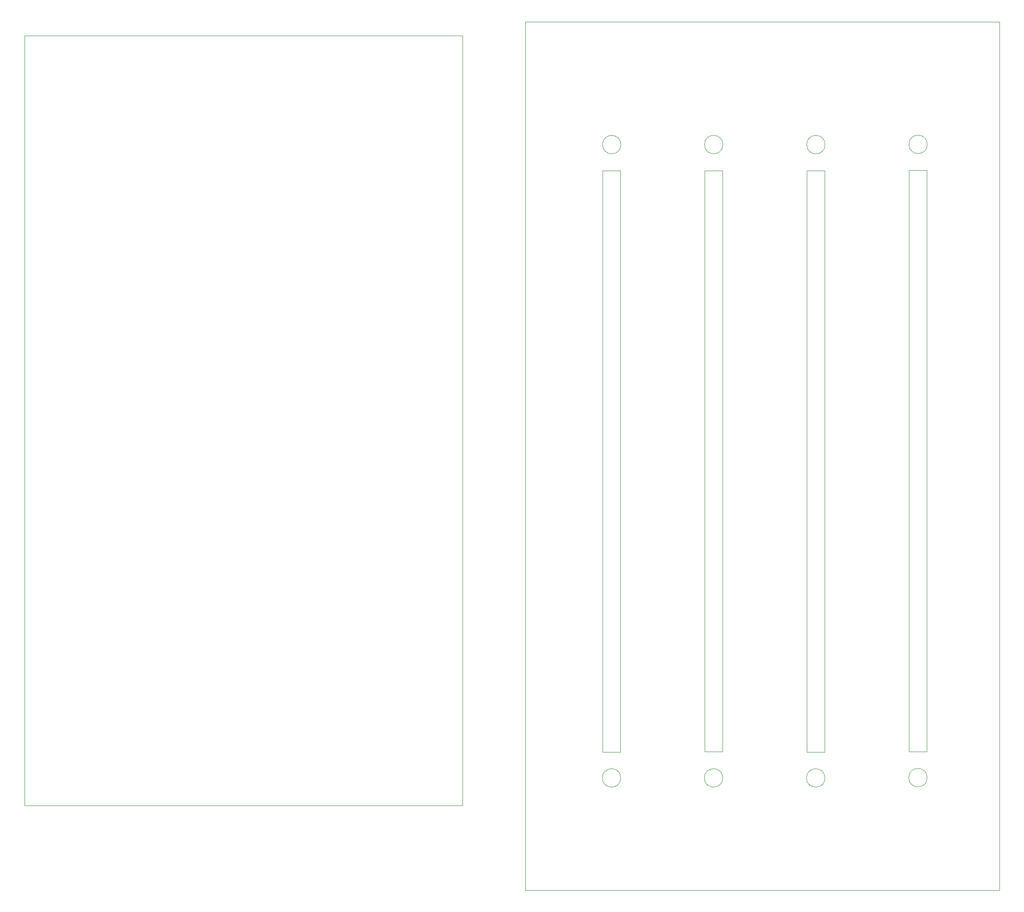
<source format=gbr>
%TF.GenerationSoftware,KiCad,Pcbnew,8.0.4*%
%TF.CreationDate,2024-11-13T09:33:08-05:00*%
%TF.ProjectId,dpx_faded,6470785f-6661-4646-9564-2e6b69636164,rev?*%
%TF.SameCoordinates,Original*%
%TF.FileFunction,Profile,NP*%
%FSLAX46Y46*%
G04 Gerber Fmt 4.6, Leading zero omitted, Abs format (unit mm)*
G04 Created by KiCad (PCBNEW 8.0.4) date 2024-11-13 09:33:08*
%MOMM*%
%LPD*%
G01*
G04 APERTURE LIST*
%TA.AperFunction,Profile*%
%ADD10C,0.050000*%
%TD*%
G04 APERTURE END LIST*
D10*
X193868314Y-170673105D02*
G75*
G02*
X190368314Y-170673105I-1750000J0D01*
G01*
X190368314Y-170673105D02*
G75*
G02*
X193868314Y-170673105I1750000J0D01*
G01*
X174500000Y-50310000D02*
G75*
G02*
X171000000Y-50310000I-1750000J0D01*
G01*
X171000000Y-50310000D02*
G75*
G02*
X174500000Y-50310000I1750000J0D01*
G01*
X209848314Y-55213105D02*
X213218314Y-55213105D01*
X213218314Y-165673105D01*
X209848314Y-165673105D01*
X209848314Y-55213105D01*
X155110000Y-170670000D02*
G75*
G02*
X151610000Y-170670000I-1750000J0D01*
G01*
X151610000Y-170670000D02*
G75*
G02*
X155110000Y-170670000I1750000J0D01*
G01*
X41920000Y-29590000D02*
X125070000Y-29590000D01*
X125070000Y-175900000D01*
X41920000Y-175900000D01*
X41920000Y-29590000D01*
X213278314Y-170623105D02*
G75*
G02*
X209778314Y-170623105I-1750000J0D01*
G01*
X209778314Y-170623105D02*
G75*
G02*
X213278314Y-170623105I1750000J0D01*
G01*
X155141686Y-50316895D02*
G75*
G02*
X151641686Y-50316895I-1750000J0D01*
G01*
X151641686Y-50316895D02*
G75*
G02*
X155141686Y-50316895I1750000J0D01*
G01*
X190438314Y-55263105D02*
X193808314Y-55263105D01*
X193808314Y-165723105D01*
X190438314Y-165723105D01*
X190438314Y-55263105D01*
X151680000Y-55260000D02*
X155050000Y-55260000D01*
X155050000Y-165720000D01*
X151680000Y-165720000D01*
X151680000Y-55260000D01*
X213310000Y-50270000D02*
G75*
G02*
X209810000Y-50270000I-1750000J0D01*
G01*
X209810000Y-50270000D02*
G75*
G02*
X213310000Y-50270000I1750000J0D01*
G01*
X137000000Y-27000000D02*
X227000000Y-27000000D01*
X227000000Y-192000000D01*
X137000000Y-192000000D01*
X137000000Y-27000000D01*
X193900000Y-50320000D02*
G75*
G02*
X190400000Y-50320000I-1750000J0D01*
G01*
X190400000Y-50320000D02*
G75*
G02*
X193900000Y-50320000I1750000J0D01*
G01*
X174468314Y-170663105D02*
G75*
G02*
X170968314Y-170663105I-1750000J0D01*
G01*
X170968314Y-170663105D02*
G75*
G02*
X174468314Y-170663105I1750000J0D01*
G01*
X171038314Y-55253105D02*
X174408314Y-55253105D01*
X174408314Y-165713105D01*
X171038314Y-165713105D01*
X171038314Y-55253105D01*
M02*

</source>
